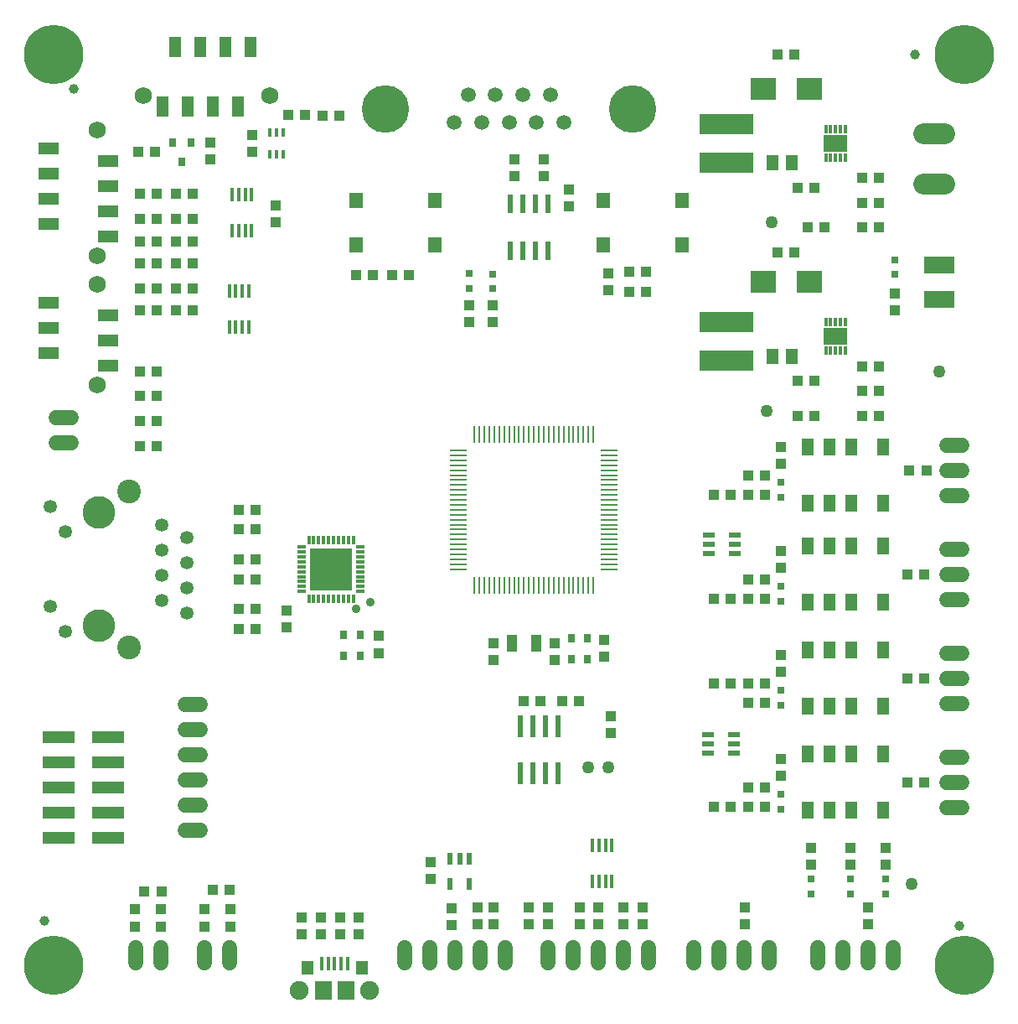
<source format=gts>
G75*
%MOIN*%
%OFA0B0*%
%FSLAX25Y25*%
%IPPOS*%
%LPD*%
%AMOC8*
5,1,8,0,0,1.08239X$1,22.5*
%
%ADD10C,0.06000*%
%ADD11R,0.04331X0.03937*%
%ADD12R,0.04528X0.05709*%
%ADD13R,0.01575X0.05512*%
%ADD14R,0.06890X0.07480*%
%ADD15C,0.07480*%
%ADD16R,0.03150X0.03150*%
%ADD17R,0.03937X0.04331*%
%ADD18R,0.07900X0.04700*%
%ADD19C,0.06900*%
%ADD20R,0.04700X0.07900*%
%ADD21R,0.01400X0.05200*%
%ADD22R,0.01378X0.03346*%
%ADD23R,0.05000X0.02200*%
%ADD24C,0.08250*%
%ADD25R,0.12402X0.07008*%
%ADD26C,0.05000*%
%ADD27C,0.23622*%
%ADD28R,0.04724X0.07087*%
%ADD29C,0.03937*%
%ADD30C,0.05315*%
%ADD31C,0.09449*%
%ADD32C,0.12992*%
%ADD33R,0.01200X0.03200*%
%ADD34R,0.03200X0.01200*%
%ADD35R,0.16929X0.16929*%
%ADD36R,0.02559X0.03543*%
%ADD37R,0.02200X0.07800*%
%ADD38C,0.05906*%
%ADD39C,0.18898*%
%ADD40R,0.09400X0.06500*%
%ADD41R,0.09843X0.08661*%
%ADD42R,0.21654X0.08465*%
%ADD43R,0.05118X0.05906*%
%ADD44R,0.01100X0.06800*%
%ADD45R,0.06800X0.01100*%
%ADD46R,0.02200X0.08600*%
%ADD47R,0.03937X0.07087*%
%ADD48R,0.05512X0.06299*%
%ADD49R,0.12598X0.05000*%
%ADD50R,0.02165X0.04724*%
%ADD51R,0.03100X0.03500*%
%ADD52C,0.03543*%
D10*
X0100931Y0070894D02*
X0100931Y0076894D01*
X0110931Y0076894D02*
X0110931Y0070894D01*
X0128490Y0070894D02*
X0128490Y0076894D01*
X0138490Y0076894D02*
X0138490Y0070894D01*
X0126647Y0123697D02*
X0120647Y0123697D01*
X0120647Y0133697D02*
X0126647Y0133697D01*
X0126647Y0143697D02*
X0120647Y0143697D01*
X0120647Y0153697D02*
X0126647Y0153697D01*
X0126647Y0163697D02*
X0120647Y0163697D01*
X0120647Y0173697D02*
X0126647Y0173697D01*
X0207978Y0076894D02*
X0207978Y0070894D01*
X0217978Y0070894D02*
X0217978Y0076894D01*
X0227978Y0076894D02*
X0227978Y0070894D01*
X0237978Y0070894D02*
X0237978Y0076894D01*
X0247978Y0076894D02*
X0247978Y0070894D01*
X0265096Y0070894D02*
X0265096Y0076894D01*
X0275096Y0076894D02*
X0275096Y0070894D01*
X0285096Y0070894D02*
X0285096Y0076894D01*
X0295096Y0076894D02*
X0295096Y0070894D01*
X0305096Y0070894D02*
X0305096Y0076894D01*
X0323214Y0076894D02*
X0323214Y0070894D01*
X0333214Y0070894D02*
X0333214Y0076894D01*
X0343214Y0076894D02*
X0343214Y0070894D01*
X0353214Y0070894D02*
X0353214Y0076894D01*
X0372427Y0076894D02*
X0372427Y0070894D01*
X0382427Y0070894D02*
X0382427Y0076894D01*
X0392427Y0076894D02*
X0392427Y0070894D01*
X0402427Y0070894D02*
X0402427Y0076894D01*
X0423797Y0132791D02*
X0429797Y0132791D01*
X0429797Y0142791D02*
X0423797Y0142791D01*
X0423797Y0152791D02*
X0429797Y0152791D01*
X0429797Y0174130D02*
X0423797Y0174130D01*
X0423797Y0184130D02*
X0429797Y0184130D01*
X0429797Y0194130D02*
X0423797Y0194130D01*
X0423797Y0215469D02*
X0429797Y0215469D01*
X0429797Y0225469D02*
X0423797Y0225469D01*
X0423797Y0235469D02*
X0429797Y0235469D01*
X0429797Y0256807D02*
X0423797Y0256807D01*
X0423797Y0266807D02*
X0429797Y0266807D01*
X0429797Y0276807D02*
X0423797Y0276807D01*
X0075466Y0277555D02*
X0069466Y0277555D01*
X0069466Y0287555D02*
X0075466Y0287555D01*
D11*
X0117151Y0330193D03*
X0123844Y0330193D03*
X0123844Y0338854D03*
X0117151Y0338854D03*
X0117151Y0348894D03*
X0123844Y0348894D03*
X0123844Y0357752D03*
X0117151Y0357752D03*
X0117151Y0366610D03*
X0123844Y0366610D03*
X0123844Y0376650D03*
X0117151Y0376650D03*
X0130734Y0390232D03*
X0130734Y0396925D03*
X0233883Y0332358D03*
X0233883Y0325665D03*
X0243135Y0325665D03*
X0243135Y0332358D03*
X0289002Y0338264D03*
X0289002Y0344957D03*
X0263411Y0383539D03*
X0263411Y0390232D03*
X0251600Y0390232D03*
X0251600Y0383539D03*
X0356521Y0353421D03*
X0363214Y0353421D03*
X0389986Y0373106D03*
X0396679Y0373106D03*
X0371088Y0379012D03*
X0364395Y0379012D03*
X0403175Y0337083D03*
X0403175Y0330390D03*
X0396679Y0298303D03*
X0389986Y0298303D03*
X0371088Y0302240D03*
X0364395Y0302240D03*
X0357899Y0276059D03*
X0357899Y0269366D03*
X0337624Y0256965D03*
X0330931Y0256965D03*
X0357899Y0234720D03*
X0357899Y0228028D03*
X0337624Y0215626D03*
X0330931Y0215626D03*
X0357899Y0193382D03*
X0357899Y0186689D03*
X0337624Y0182161D03*
X0330931Y0182161D03*
X0357899Y0152043D03*
X0357899Y0145350D03*
X0337624Y0132949D03*
X0330931Y0132949D03*
X0369710Y0116610D03*
X0369710Y0109917D03*
X0385458Y0109917D03*
X0385458Y0116610D03*
X0399238Y0116610D03*
X0399238Y0109917D03*
X0392545Y0092988D03*
X0392545Y0086295D03*
X0343332Y0086295D03*
X0343332Y0092988D03*
X0302813Y0092988D03*
X0302813Y0086295D03*
X0294939Y0086295D03*
X0294939Y0092988D03*
X0285096Y0092988D03*
X0285096Y0086295D03*
X0277616Y0086295D03*
X0277616Y0092988D03*
X0265017Y0092988D03*
X0265017Y0086295D03*
X0257537Y0086295D03*
X0257537Y0092988D03*
X0243332Y0092988D03*
X0237033Y0092988D03*
X0237033Y0086295D03*
X0243332Y0086295D03*
X0226797Y0085902D03*
X0226797Y0092594D03*
X0218529Y0104406D03*
X0218529Y0111098D03*
X0189789Y0089051D03*
X0189789Y0082358D03*
X0182309Y0082358D03*
X0182309Y0089051D03*
X0174828Y0089051D03*
X0174828Y0082358D03*
X0166954Y0082358D03*
X0166954Y0089051D03*
X0138608Y0092201D03*
X0138608Y0085508D03*
X0128372Y0085508D03*
X0128372Y0092201D03*
X0131718Y0099878D03*
X0138411Y0099878D03*
X0111246Y0099484D03*
X0104553Y0099484D03*
X0100813Y0092201D03*
X0100813Y0085508D03*
X0111049Y0085508D03*
X0111049Y0092201D03*
X0141954Y0203815D03*
X0148647Y0203815D03*
X0161049Y0204406D03*
X0161049Y0211098D03*
X0148647Y0251059D03*
X0141954Y0251059D03*
X0290183Y0168972D03*
X0290183Y0162280D03*
X0356521Y0432161D03*
X0363214Y0432161D03*
D12*
X0191167Y0068894D03*
X0169513Y0068894D03*
D13*
X0175025Y0070547D03*
X0177584Y0070547D03*
X0180143Y0070547D03*
X0182702Y0070547D03*
X0185261Y0070547D03*
D14*
X0184572Y0060114D03*
X0175714Y0060114D03*
D15*
X0166069Y0060114D03*
X0194218Y0060114D03*
D16*
X0357899Y0131965D03*
X0357899Y0137870D03*
X0357899Y0173303D03*
X0357899Y0179209D03*
X0357899Y0214642D03*
X0357899Y0220547D03*
X0357899Y0255980D03*
X0357899Y0261886D03*
X0403175Y0344563D03*
X0403175Y0350469D03*
X0243135Y0344760D03*
X0243135Y0338854D03*
X0233883Y0339051D03*
X0233883Y0344957D03*
X0369710Y0104406D03*
X0369710Y0098500D03*
X0385458Y0098500D03*
X0385458Y0104406D03*
X0399238Y0104406D03*
X0399238Y0098500D03*
D17*
X0351403Y0132949D03*
X0344710Y0132949D03*
X0344710Y0140823D03*
X0351403Y0140823D03*
X0351403Y0174287D03*
X0344710Y0174287D03*
X0344710Y0182161D03*
X0351403Y0182161D03*
X0351403Y0215626D03*
X0344710Y0215626D03*
X0344710Y0223500D03*
X0351403Y0223500D03*
X0351403Y0256965D03*
X0344710Y0256965D03*
X0344710Y0264839D03*
X0351403Y0264839D03*
X0364395Y0288461D03*
X0371088Y0288461D03*
X0389986Y0288461D03*
X0396679Y0288461D03*
X0396679Y0308146D03*
X0389986Y0308146D03*
X0408883Y0266807D03*
X0415576Y0266807D03*
X0414789Y0225469D03*
X0408096Y0225469D03*
X0408096Y0184130D03*
X0414789Y0184130D03*
X0414789Y0142791D03*
X0408096Y0142791D03*
X0287427Y0192594D03*
X0287427Y0199287D03*
X0267742Y0198106D03*
X0267742Y0191413D03*
X0270694Y0175075D03*
X0262033Y0175075D03*
X0255340Y0175075D03*
X0243332Y0191413D03*
X0243332Y0198106D03*
X0277387Y0175075D03*
X0197663Y0194169D03*
X0197663Y0200862D03*
X0148647Y0211689D03*
X0141954Y0211689D03*
X0141954Y0223500D03*
X0148647Y0223500D03*
X0148647Y0231374D03*
X0141954Y0231374D03*
X0141954Y0243185D03*
X0148647Y0243185D03*
X0109277Y0276256D03*
X0102584Y0276256D03*
X0102584Y0286492D03*
X0109277Y0286492D03*
X0109277Y0296335D03*
X0102584Y0296335D03*
X0102584Y0306177D03*
X0109277Y0306177D03*
X0109277Y0330193D03*
X0102584Y0330193D03*
X0102584Y0338854D03*
X0109277Y0338854D03*
X0109277Y0348894D03*
X0102584Y0348894D03*
X0102584Y0357752D03*
X0109277Y0357752D03*
X0109277Y0366610D03*
X0102584Y0366610D03*
X0102584Y0376650D03*
X0109277Y0376650D03*
X0108883Y0393185D03*
X0102191Y0393185D03*
X0147269Y0393382D03*
X0147269Y0400075D03*
X0161639Y0407949D03*
X0168332Y0407949D03*
X0175419Y0407752D03*
X0182112Y0407752D03*
X0156718Y0372122D03*
X0156718Y0365429D03*
X0188805Y0344366D03*
X0195498Y0344366D03*
X0202978Y0344366D03*
X0209671Y0344366D03*
X0273254Y0371728D03*
X0273254Y0378421D03*
X0297466Y0345547D03*
X0304159Y0345547D03*
X0304159Y0337673D03*
X0297466Y0337673D03*
X0368332Y0363264D03*
X0375025Y0363264D03*
X0389986Y0363264D03*
X0396679Y0363264D03*
X0396679Y0382949D03*
X0389986Y0382949D03*
D18*
X0090084Y0379543D03*
X0090084Y0369543D03*
X0090084Y0359543D03*
X0066484Y0364543D03*
X0066484Y0374543D03*
X0066484Y0384543D03*
X0066484Y0394543D03*
X0090084Y0389543D03*
X0066484Y0333244D03*
X0066484Y0323244D03*
X0066484Y0313244D03*
X0090084Y0308244D03*
X0090084Y0318244D03*
X0090084Y0328244D03*
D19*
X0085784Y0340844D03*
X0085784Y0351943D03*
X0085784Y0402143D03*
X0104059Y0415694D03*
X0154259Y0415694D03*
X0085784Y0300644D03*
D20*
X0111659Y0411394D03*
X0121659Y0411394D03*
X0131659Y0411394D03*
X0141659Y0411394D03*
X0136659Y0434994D03*
X0126659Y0434994D03*
X0116659Y0434994D03*
X0146659Y0434994D03*
D21*
X0147132Y0376369D03*
X0144632Y0376369D03*
X0142032Y0376369D03*
X0139532Y0376369D03*
X0139532Y0361969D03*
X0142032Y0361969D03*
X0144632Y0361969D03*
X0147132Y0361969D03*
X0145951Y0338180D03*
X0143451Y0338180D03*
X0140851Y0338180D03*
X0138351Y0338180D03*
X0138351Y0323780D03*
X0140851Y0323780D03*
X0143451Y0323780D03*
X0145951Y0323780D03*
X0282871Y0117708D03*
X0285371Y0117708D03*
X0287971Y0117708D03*
X0290471Y0117708D03*
X0290471Y0103308D03*
X0287971Y0103308D03*
X0285371Y0103308D03*
X0282871Y0103308D03*
D22*
X0159671Y0392398D03*
X0157112Y0392398D03*
X0154553Y0392398D03*
X0154553Y0401059D03*
X0157112Y0401059D03*
X0159671Y0401059D03*
D23*
X0329177Y0240980D03*
X0329177Y0237280D03*
X0329177Y0233580D03*
X0339377Y0233580D03*
X0339377Y0237280D03*
X0339377Y0240980D03*
X0338983Y0161846D03*
X0338983Y0158146D03*
X0338983Y0154446D03*
X0328783Y0154446D03*
X0328783Y0158146D03*
X0328783Y0161846D03*
D24*
X0414483Y0380823D02*
X0422733Y0380823D01*
X0422733Y0400823D02*
X0414483Y0400823D01*
D25*
X0420891Y0348402D03*
X0420891Y0334819D03*
D26*
X0420891Y0306177D03*
X0351994Y0290429D03*
X0353962Y0365232D03*
X0289002Y0148697D03*
X0281128Y0148697D03*
X0409868Y0102240D03*
D27*
X0068529Y0069957D03*
X0430734Y0069957D03*
X0430734Y0432161D03*
X0068529Y0432161D03*
D28*
X0368529Y0276059D03*
X0377191Y0276059D03*
X0385852Y0276059D03*
X0398450Y0276059D03*
X0398450Y0253618D03*
X0385852Y0253618D03*
X0377191Y0253618D03*
X0368529Y0253618D03*
X0368529Y0236689D03*
X0377191Y0236689D03*
X0385852Y0236689D03*
X0398450Y0236689D03*
X0398450Y0214248D03*
X0385852Y0214248D03*
X0377191Y0214248D03*
X0368529Y0214248D03*
X0368529Y0195350D03*
X0377191Y0195350D03*
X0385852Y0195350D03*
X0398450Y0195350D03*
X0398450Y0172909D03*
X0385852Y0172909D03*
X0377191Y0172909D03*
X0368529Y0172909D03*
X0368529Y0154012D03*
X0377191Y0154012D03*
X0385852Y0154012D03*
X0398450Y0154012D03*
X0398450Y0131571D03*
X0385852Y0131571D03*
X0377191Y0131571D03*
X0368529Y0131571D03*
D29*
X0428765Y0085705D03*
X0064592Y0087673D03*
X0076403Y0418382D03*
X0411049Y0432161D03*
D30*
X0121242Y0239940D03*
X0121242Y0229940D03*
X0121242Y0219940D03*
X0121242Y0209940D03*
X0111242Y0214940D03*
X0111242Y0224940D03*
X0111242Y0234940D03*
X0111242Y0244940D03*
X0072942Y0242344D03*
X0066956Y0252337D03*
X0066958Y0212541D03*
X0072940Y0202534D03*
D31*
X0098249Y0196436D03*
X0098249Y0258444D03*
D32*
X0086242Y0249940D03*
X0086242Y0204940D03*
D33*
X0169907Y0215837D03*
X0171876Y0215837D03*
X0173844Y0215837D03*
X0175813Y0215837D03*
X0177781Y0215837D03*
X0179750Y0215837D03*
X0181718Y0215837D03*
X0183687Y0215837D03*
X0185655Y0215837D03*
X0187624Y0215837D03*
X0187624Y0239037D03*
X0185655Y0239037D03*
X0183687Y0239037D03*
X0181718Y0239037D03*
X0179750Y0239037D03*
X0177781Y0239037D03*
X0175813Y0239037D03*
X0173844Y0239037D03*
X0171876Y0239037D03*
X0169907Y0239037D03*
X0375653Y0314257D03*
X0377553Y0314257D03*
X0379553Y0314257D03*
X0381553Y0314257D03*
X0383453Y0314257D03*
X0383453Y0325657D03*
X0381553Y0325657D03*
X0379553Y0325657D03*
X0377553Y0325657D03*
X0375653Y0325657D03*
X0375653Y0391028D03*
X0377553Y0391028D03*
X0379553Y0391028D03*
X0381553Y0391028D03*
X0383453Y0391028D03*
X0383453Y0402428D03*
X0381553Y0402428D03*
X0379553Y0402428D03*
X0377553Y0402428D03*
X0375653Y0402428D03*
D34*
X0190365Y0236295D03*
X0190365Y0234327D03*
X0190365Y0232358D03*
X0190365Y0230390D03*
X0190365Y0228421D03*
X0190365Y0226453D03*
X0190365Y0224484D03*
X0190365Y0222516D03*
X0190365Y0220547D03*
X0190365Y0218579D03*
X0167165Y0218579D03*
X0167165Y0220547D03*
X0167165Y0222516D03*
X0167165Y0224484D03*
X0167165Y0226453D03*
X0167165Y0228421D03*
X0167165Y0230390D03*
X0167165Y0232358D03*
X0167165Y0234327D03*
X0167165Y0236295D03*
D35*
X0178765Y0227437D03*
D36*
X0183785Y0201256D03*
X0190281Y0201256D03*
X0190281Y0192988D03*
X0183785Y0192988D03*
X0274336Y0191807D03*
X0280832Y0191807D03*
X0280832Y0200075D03*
X0274336Y0200075D03*
D37*
X0265006Y0353964D03*
X0260006Y0353964D03*
X0255006Y0353964D03*
X0250006Y0353964D03*
X0250006Y0372564D03*
X0255006Y0372564D03*
X0260006Y0372564D03*
X0265006Y0372564D03*
D38*
X0260537Y0404917D03*
X0249631Y0404917D03*
X0238726Y0404917D03*
X0227820Y0404917D03*
X0233273Y0416098D03*
X0244179Y0416098D03*
X0255084Y0416098D03*
X0265990Y0416098D03*
X0271443Y0404917D03*
D39*
X0298824Y0410508D03*
X0200439Y0410508D03*
D40*
X0379553Y0396728D03*
X0379553Y0319957D03*
D41*
X0369120Y0341610D03*
X0350616Y0341610D03*
X0350616Y0418382D03*
X0369120Y0418382D03*
D42*
X0336214Y0404307D03*
X0336214Y0389150D03*
X0336214Y0325567D03*
X0336214Y0310409D03*
D43*
X0354553Y0312083D03*
X0362033Y0312083D03*
X0362033Y0388854D03*
X0354553Y0388854D03*
D44*
X0283096Y0281059D03*
X0281128Y0281059D03*
X0279159Y0281059D03*
X0277191Y0281059D03*
X0275222Y0281059D03*
X0273254Y0281059D03*
X0271285Y0281059D03*
X0269317Y0281059D03*
X0267348Y0281059D03*
X0265380Y0281059D03*
X0263411Y0281059D03*
X0261443Y0281059D03*
X0259474Y0281059D03*
X0257506Y0281059D03*
X0255537Y0281059D03*
X0253569Y0281059D03*
X0251600Y0281059D03*
X0249631Y0281059D03*
X0247663Y0281059D03*
X0245694Y0281059D03*
X0243726Y0281059D03*
X0241757Y0281059D03*
X0239789Y0281059D03*
X0237820Y0281059D03*
X0235852Y0281059D03*
X0235852Y0221059D03*
X0237820Y0221059D03*
X0239789Y0221059D03*
X0241757Y0221059D03*
X0243726Y0221059D03*
X0245694Y0221059D03*
X0247663Y0221059D03*
X0249631Y0221059D03*
X0251600Y0221059D03*
X0253569Y0221059D03*
X0255537Y0221059D03*
X0257506Y0221059D03*
X0259474Y0221059D03*
X0261443Y0221059D03*
X0263411Y0221059D03*
X0265380Y0221059D03*
X0267348Y0221059D03*
X0269317Y0221059D03*
X0271285Y0221059D03*
X0273254Y0221059D03*
X0275222Y0221059D03*
X0277191Y0221059D03*
X0279159Y0221059D03*
X0281128Y0221059D03*
X0283096Y0221059D03*
D45*
X0289474Y0227437D03*
X0289474Y0229406D03*
X0289474Y0231374D03*
X0289474Y0233343D03*
X0289474Y0235311D03*
X0289474Y0237280D03*
X0289474Y0239248D03*
X0289474Y0241217D03*
X0289474Y0243185D03*
X0289474Y0245154D03*
X0289474Y0247122D03*
X0289474Y0249091D03*
X0289474Y0251059D03*
X0289474Y0253028D03*
X0289474Y0254996D03*
X0289474Y0256965D03*
X0289474Y0258933D03*
X0289474Y0260902D03*
X0289474Y0262870D03*
X0289474Y0264839D03*
X0289474Y0266807D03*
X0289474Y0268776D03*
X0289474Y0270744D03*
X0289474Y0272713D03*
X0289474Y0274681D03*
X0229474Y0274681D03*
X0229474Y0272713D03*
X0229474Y0270744D03*
X0229474Y0268776D03*
X0229474Y0266807D03*
X0229474Y0264839D03*
X0229474Y0262870D03*
X0229474Y0260902D03*
X0229474Y0258933D03*
X0229474Y0256965D03*
X0229474Y0254996D03*
X0229474Y0253028D03*
X0229474Y0251059D03*
X0229474Y0249091D03*
X0229474Y0247122D03*
X0229474Y0245154D03*
X0229474Y0243185D03*
X0229474Y0241217D03*
X0229474Y0239248D03*
X0229474Y0237280D03*
X0229474Y0235311D03*
X0229474Y0233343D03*
X0229474Y0231374D03*
X0229474Y0229406D03*
X0229474Y0227437D03*
D46*
X0253943Y0165083D03*
X0258943Y0165083D03*
X0263943Y0165083D03*
X0268943Y0165083D03*
X0268943Y0146483D03*
X0263943Y0146483D03*
X0258943Y0146483D03*
X0253943Y0146483D03*
D47*
X0250616Y0197909D03*
X0260458Y0197909D03*
D48*
X0287033Y0356374D03*
X0287033Y0374091D03*
X0318529Y0374091D03*
X0318529Y0356374D03*
X0220104Y0356374D03*
X0220104Y0374091D03*
X0188608Y0374091D03*
X0188608Y0356374D03*
D49*
X0090183Y0160823D03*
X0090183Y0150823D03*
X0090183Y0140823D03*
X0090183Y0130823D03*
X0090183Y0120823D03*
X0070498Y0120823D03*
X0070498Y0130823D03*
X0070498Y0140823D03*
X0070498Y0150823D03*
X0070498Y0160823D03*
D50*
X0226206Y0112476D03*
X0229946Y0112476D03*
X0233687Y0112476D03*
X0233687Y0102240D03*
X0226206Y0102240D03*
D51*
X0119317Y0389235D03*
X0123017Y0397135D03*
X0115617Y0397135D03*
D52*
X0194513Y0214445D03*
X0188608Y0211689D03*
M02*

</source>
